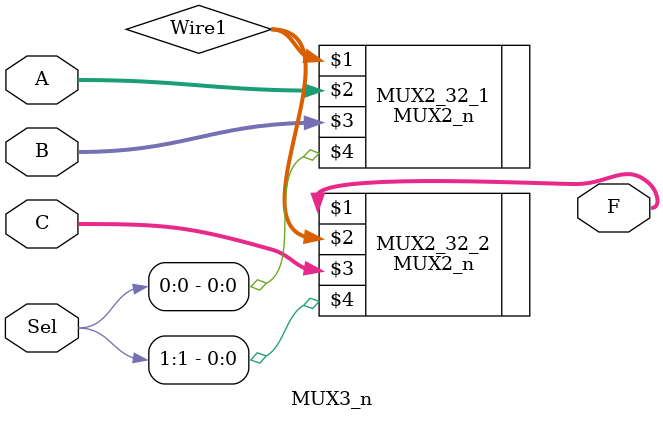
<source format=v>

module MUX3_n #(parameter  n=32) (F,A,B,C,Sel);
  input [n-1: 0] A, B, C;
  input  [1:0] Sel;
  output [n-1: 0] F;
  wire [n-1: 0] Wire1;

  MUX2_n #(n) MUX2_32_1(Wire1, A, B, Sel[0]);
  MUX2_n #(n) MUX2_32_2(F, Wire1, C, Sel[1]);

endmodule  

</source>
